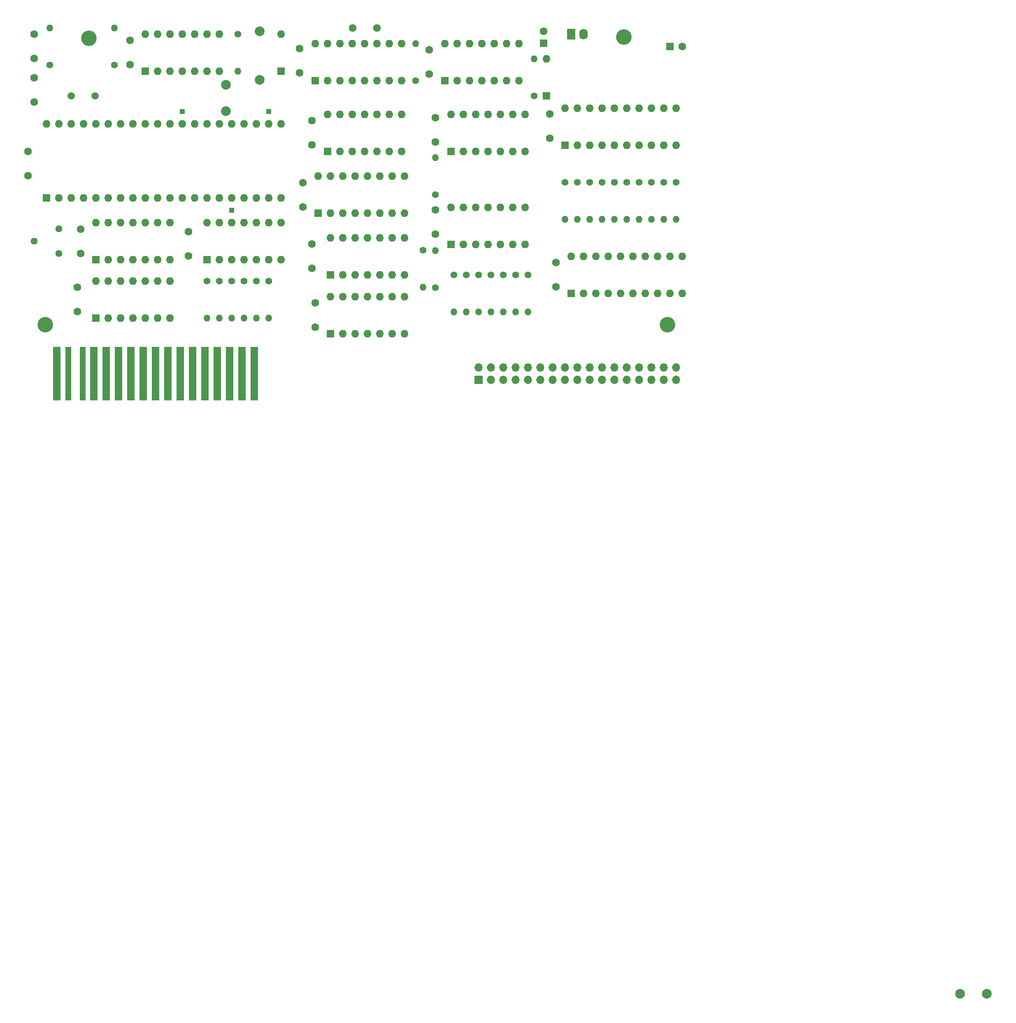
<source format=gbr>
%TF.GenerationSoftware,KiCad,Pcbnew,7.0.9*%
%TF.CreationDate,2024-01-09T01:54:30-03:00*%
%TF.ProjectId,HB-3600_FDC,48422d33-3630-4305-9f46-44432e6b6963,V1.0.0*%
%TF.SameCoordinates,Original*%
%TF.FileFunction,Soldermask,Bot*%
%TF.FilePolarity,Negative*%
%FSLAX46Y46*%
G04 Gerber Fmt 4.6, Leading zero omitted, Abs format (unit mm)*
G04 Created by KiCad (PCBNEW 7.0.9) date 2024-01-09 01:54:30*
%MOMM*%
%LPD*%
G01*
G04 APERTURE LIST*
G04 Aperture macros list*
%AMRoundRect*
0 Rectangle with rounded corners*
0 $1 Rounding radius*
0 $2 $3 $4 $5 $6 $7 $8 $9 X,Y pos of 4 corners*
0 Add a 4 corners polygon primitive as box body*
4,1,4,$2,$3,$4,$5,$6,$7,$8,$9,$2,$3,0*
0 Add four circle primitives for the rounded corners*
1,1,$1+$1,$2,$3*
1,1,$1+$1,$4,$5*
1,1,$1+$1,$6,$7*
1,1,$1+$1,$8,$9*
0 Add four rect primitives between the rounded corners*
20,1,$1+$1,$2,$3,$4,$5,0*
20,1,$1+$1,$4,$5,$6,$7,0*
20,1,$1+$1,$6,$7,$8,$9,0*
20,1,$1+$1,$8,$9,$2,$3,0*%
G04 Aperture macros list end*
%ADD10C,3.200000*%
%ADD11R,1.600000X1.600000*%
%ADD12O,1.600000X1.600000*%
%ADD13C,1.400000*%
%ADD14O,1.400000X1.400000*%
%ADD15R,1.000000X1.000000*%
%ADD16C,1.440000*%
%ADD17C,1.600000*%
%ADD18C,2.000000*%
%ADD19C,1.500000*%
%ADD20RoundRect,0.250000X-0.620000X-0.845000X0.620000X-0.845000X0.620000X0.845000X-0.620000X0.845000X0*%
%ADD21O,1.740000X2.190000*%
%ADD22R,1.600000X11.000000*%
%ADD23R,1.300000X11.000000*%
%ADD24R,1.700000X1.700000*%
%ADD25O,1.700000X1.700000*%
G04 APERTURE END LIST*
D10*
%TO.C,HOLE4*%
X80975200Y-118200000D03*
%TD*%
D11*
%TO.C,U5*%
X139065000Y-82550000D03*
D12*
X141605000Y-82550000D03*
X144145000Y-82550000D03*
X146685000Y-82550000D03*
X149225000Y-82550000D03*
X151765000Y-82550000D03*
X154305000Y-82550000D03*
X154305000Y-74930000D03*
X151765000Y-74930000D03*
X149225000Y-74930000D03*
X146685000Y-74930000D03*
X144145000Y-74930000D03*
X141605000Y-74930000D03*
X139065000Y-74930000D03*
%TD*%
D11*
%TO.C,U12*%
X139700000Y-107950000D03*
D12*
X142240000Y-107950000D03*
X144780000Y-107950000D03*
X147320000Y-107950000D03*
X149860000Y-107950000D03*
X152400000Y-107950000D03*
X154940000Y-107950000D03*
X154940000Y-100330000D03*
X152400000Y-100330000D03*
X149860000Y-100330000D03*
X147320000Y-100330000D03*
X144780000Y-100330000D03*
X142240000Y-100330000D03*
X139700000Y-100330000D03*
%TD*%
D10*
%TO.C,HOLE1*%
X89940000Y-59230000D03*
%TD*%
D13*
%TO.C,R2*%
X95250000Y-64770000D03*
D14*
X95250000Y-57150000D03*
%TD*%
D11*
%TO.C,U3*%
X163195000Y-67945000D03*
D12*
X165735000Y-67945000D03*
X168275000Y-67945000D03*
X170815000Y-67945000D03*
X173355000Y-67945000D03*
X175895000Y-67945000D03*
X178435000Y-67945000D03*
X178435000Y-60325000D03*
X175895000Y-60325000D03*
X173355000Y-60325000D03*
X170815000Y-60325000D03*
X168275000Y-60325000D03*
X165735000Y-60325000D03*
X163195000Y-60325000D03*
%TD*%
D15*
%TO.C,TP3*%
X119380000Y-94615000D03*
%TD*%
D13*
%TO.C,RBD8*%
X205740000Y-88900000D03*
D14*
X205740000Y-96520000D03*
%TD*%
D11*
%TO.C,U2*%
X136525000Y-67945000D03*
D12*
X139065000Y-67945000D03*
X141605000Y-67945000D03*
X144145000Y-67945000D03*
X146685000Y-67945000D03*
X149225000Y-67945000D03*
X151765000Y-67945000D03*
X154305000Y-67945000D03*
X154305000Y-60325000D03*
X151765000Y-60325000D03*
X149225000Y-60325000D03*
X146685000Y-60325000D03*
X144145000Y-60325000D03*
X141605000Y-60325000D03*
X139065000Y-60325000D03*
X136525000Y-60325000D03*
%TD*%
D11*
%TO.C,U9*%
X164465000Y-101625400D03*
D12*
X167005000Y-101625400D03*
X169545000Y-101625400D03*
X172085000Y-101625400D03*
X174625000Y-101625400D03*
X177165000Y-101625400D03*
X179705000Y-101625400D03*
X179705000Y-94005400D03*
X177165000Y-94005400D03*
X174625000Y-94005400D03*
X172085000Y-94005400D03*
X169545000Y-94005400D03*
X167005000Y-94005400D03*
X164465000Y-94005400D03*
%TD*%
D13*
%TO.C,RBC3*%
X170180000Y-107950000D03*
D14*
X170180000Y-115570000D03*
%TD*%
D16*
%TO.C,RV1*%
X83820000Y-98425000D03*
X78740000Y-100965000D03*
X83820000Y-103505000D03*
%TD*%
D13*
%TO.C,RBD5*%
X198120000Y-88900000D03*
D14*
X198120000Y-96520000D03*
%TD*%
D17*
%TO.C,C19*%
X149265000Y-57150000D03*
X144265000Y-57150000D03*
%TD*%
D13*
%TO.C,RBF4*%
X121920000Y-109220000D03*
D14*
X121920000Y-116840000D03*
%TD*%
D13*
%TO.C,RBD3*%
X193040000Y-88900000D03*
D14*
X193040000Y-96520000D03*
%TD*%
D13*
%TO.C,RBD9*%
X208280000Y-88900000D03*
D14*
X208280000Y-96520000D03*
%TD*%
D18*
%TO.C,CV1*%
X269234833Y-255843000D03*
X274734833Y-255843000D03*
%TD*%
%TO.C,CV1*%
X118150000Y-68776400D03*
X118150000Y-74276400D03*
%TD*%
D13*
%TO.C,RBD6*%
X200660000Y-88900000D03*
D14*
X200660000Y-96520000D03*
%TD*%
D17*
%TO.C,C15*%
X136525000Y-113705000D03*
X136525000Y-118705000D03*
%TD*%
D15*
%TO.C,TP2*%
X127000000Y-74295000D03*
%TD*%
D19*
%TO.C,Y1*%
X86360000Y-71120000D03*
X91260000Y-71120000D03*
%TD*%
D13*
%TO.C,R6*%
X161264600Y-91440000D03*
D14*
X161264600Y-83820000D03*
%TD*%
D17*
%TO.C,C12*%
X135890000Y-101600000D03*
X135890000Y-106600000D03*
%TD*%
D13*
%TO.C,RBC2*%
X167640000Y-107950000D03*
D14*
X167640000Y-115570000D03*
%TD*%
D17*
%TO.C,C16*%
X78740000Y-63420000D03*
X78740000Y-58420000D03*
%TD*%
D11*
%TO.C,U10*%
X91440000Y-104775000D03*
D12*
X93980000Y-104775000D03*
X96520000Y-104775000D03*
X99060000Y-104775000D03*
X101600000Y-104775000D03*
X104140000Y-104775000D03*
X106680000Y-104775000D03*
X106680000Y-97155000D03*
X104140000Y-97155000D03*
X101600000Y-97155000D03*
X99060000Y-97155000D03*
X96520000Y-97155000D03*
X93980000Y-97155000D03*
X91440000Y-97155000D03*
%TD*%
D11*
%TO.C,U4*%
X81280000Y-92075000D03*
D12*
X83820000Y-92075000D03*
X86360000Y-92075000D03*
X88900000Y-92075000D03*
X91440000Y-92075000D03*
X93980000Y-92075000D03*
X96520000Y-92075000D03*
X99060000Y-92075000D03*
X101600000Y-92075000D03*
X104140000Y-92075000D03*
X106680000Y-92075000D03*
X109220000Y-92075000D03*
X111760000Y-92075000D03*
X114300000Y-92075000D03*
X116840000Y-92075000D03*
X119380000Y-92075000D03*
X121920000Y-92075000D03*
X124460000Y-92075000D03*
X127000000Y-92075000D03*
X129540000Y-92075000D03*
X129540000Y-76835000D03*
X127000000Y-76835000D03*
X124460000Y-76835000D03*
X121920000Y-76835000D03*
X119380000Y-76835000D03*
X116840000Y-76835000D03*
X114300000Y-76835000D03*
X111760000Y-76835000D03*
X109220000Y-76835000D03*
X106680000Y-76835000D03*
X104140000Y-76835000D03*
X101600000Y-76835000D03*
X99060000Y-76835000D03*
X96520000Y-76835000D03*
X93980000Y-76835000D03*
X91440000Y-76835000D03*
X88900000Y-76835000D03*
X86360000Y-76835000D03*
X83820000Y-76835000D03*
X81280000Y-76835000D03*
%TD*%
D17*
%TO.C,C5*%
X135890000Y-76200000D03*
X135890000Y-81200000D03*
%TD*%
%TO.C,C11*%
X110490000Y-99060000D03*
X110490000Y-104060000D03*
%TD*%
%TO.C,C1*%
X98425000Y-64690000D03*
X98425000Y-59690000D03*
%TD*%
D11*
%TO.C,U7*%
X187960000Y-81280000D03*
D12*
X190500000Y-81280000D03*
X193040000Y-81280000D03*
X195580000Y-81280000D03*
X198120000Y-81280000D03*
X200660000Y-81280000D03*
X203200000Y-81280000D03*
X205740000Y-81280000D03*
X208280000Y-81280000D03*
X210820000Y-81280000D03*
X210820000Y-73660000D03*
X208280000Y-73660000D03*
X205740000Y-73660000D03*
X203200000Y-73660000D03*
X200660000Y-73660000D03*
X198120000Y-73660000D03*
X195580000Y-73660000D03*
X193040000Y-73660000D03*
X190500000Y-73660000D03*
X187960000Y-73660000D03*
%TD*%
D17*
%TO.C,C14*%
X87630000Y-115490000D03*
X87630000Y-110490000D03*
%TD*%
D13*
%TO.C,RBC5*%
X175260000Y-107950000D03*
D14*
X175260000Y-115570000D03*
%TD*%
D11*
%TO.C,U11*%
X114300000Y-104775000D03*
D12*
X116840000Y-104775000D03*
X119380000Y-104775000D03*
X121920000Y-104775000D03*
X124460000Y-104775000D03*
X127000000Y-104775000D03*
X129540000Y-104775000D03*
X129540000Y-97155000D03*
X127000000Y-97155000D03*
X124460000Y-97155000D03*
X121920000Y-97155000D03*
X119380000Y-97155000D03*
X116840000Y-97155000D03*
X114300000Y-97155000D03*
%TD*%
D11*
%TO.C,D1*%
X129540000Y-66040000D03*
D12*
X129540000Y-58420000D03*
%TD*%
D13*
%TO.C,RBF5*%
X124460000Y-109220000D03*
D14*
X124460000Y-116840000D03*
%TD*%
D11*
%TO.C,U13*%
X189230000Y-111760000D03*
D12*
X191770000Y-111760000D03*
X194310000Y-111760000D03*
X196850000Y-111760000D03*
X199390000Y-111760000D03*
X201930000Y-111760000D03*
X204470000Y-111760000D03*
X207010000Y-111760000D03*
X209550000Y-111760000D03*
X212090000Y-111760000D03*
X212090000Y-104140000D03*
X209550000Y-104140000D03*
X207010000Y-104140000D03*
X204470000Y-104140000D03*
X201930000Y-104140000D03*
X199390000Y-104140000D03*
X196850000Y-104140000D03*
X194310000Y-104140000D03*
X191770000Y-104140000D03*
X189230000Y-104140000D03*
%TD*%
D11*
%TO.C,U14*%
X91440000Y-116840000D03*
D12*
X93980000Y-116840000D03*
X96520000Y-116840000D03*
X99060000Y-116840000D03*
X101600000Y-116840000D03*
X104140000Y-116840000D03*
X106680000Y-116840000D03*
X106680000Y-109220000D03*
X104140000Y-109220000D03*
X101600000Y-109220000D03*
X99060000Y-109220000D03*
X96520000Y-109220000D03*
X93980000Y-109220000D03*
X91440000Y-109220000D03*
%TD*%
D13*
%TO.C,R7*%
X158750000Y-102870000D03*
D14*
X158750000Y-110490000D03*
%TD*%
D13*
%TO.C,RBD4*%
X195580000Y-88900000D03*
D14*
X195580000Y-96520000D03*
%TD*%
D13*
%TO.C,RBF6*%
X127000000Y-109220000D03*
D14*
X127000000Y-116840000D03*
%TD*%
D11*
%TO.C,C21*%
X209550000Y-60960000D03*
D17*
X212050000Y-60960000D03*
%TD*%
D13*
%TO.C,RBF1*%
X114300000Y-109220000D03*
D14*
X114300000Y-116840000D03*
%TD*%
D20*
%TO.C,CN3*%
X189230000Y-58420000D03*
D21*
X191770000Y-58420000D03*
%TD*%
D13*
%TO.C,R4*%
X157226000Y-67945000D03*
D14*
X157226000Y-60325000D03*
%TD*%
D15*
%TO.C,TP1*%
X109220000Y-74295000D03*
%TD*%
D13*
%TO.C,RBD2*%
X190500000Y-88900000D03*
D14*
X190500000Y-96520000D03*
%TD*%
D17*
%TO.C,C8*%
X133985000Y-88940000D03*
X133985000Y-93940000D03*
%TD*%
D10*
%TO.C,HOLE2*%
X208991200Y-118180000D03*
%TD*%
D13*
%TO.C,RBC4*%
X172720000Y-107950000D03*
D14*
X172720000Y-115570000D03*
%TD*%
D17*
%TO.C,C7*%
X184785000Y-74853800D03*
X184785000Y-79853800D03*
%TD*%
D13*
%TO.C,RBC6*%
X177800000Y-107950000D03*
D14*
X177800000Y-115570000D03*
%TD*%
D13*
%TO.C,RBD1*%
X187960000Y-88900000D03*
D14*
X187960000Y-96520000D03*
%TD*%
D11*
%TO.C,D2*%
X184150000Y-71120000D03*
D12*
X184150000Y-63500000D03*
%TD*%
D11*
%TO.C,U1*%
X101600000Y-66040000D03*
D12*
X104140000Y-66040000D03*
X106680000Y-66040000D03*
X109220000Y-66040000D03*
X111760000Y-66040000D03*
X114300000Y-66040000D03*
X116840000Y-66040000D03*
X116840000Y-58420000D03*
X114300000Y-58420000D03*
X111760000Y-58420000D03*
X109220000Y-58420000D03*
X106680000Y-58420000D03*
X104140000Y-58420000D03*
X101600000Y-58420000D03*
%TD*%
D13*
%TO.C,R8*%
X161290000Y-110515400D03*
D14*
X161290000Y-102895400D03*
%TD*%
D10*
%TO.C,HOLE3*%
X200012700Y-58953900D03*
%TD*%
D13*
%TO.C,RBD7*%
X203200000Y-88900000D03*
D14*
X203200000Y-96520000D03*
%TD*%
D11*
%TO.C,U6*%
X164465000Y-82550000D03*
D12*
X167005000Y-82550000D03*
X169545000Y-82550000D03*
X172085000Y-82550000D03*
X174625000Y-82550000D03*
X177165000Y-82550000D03*
X179705000Y-82550000D03*
X179705000Y-74930000D03*
X177165000Y-74930000D03*
X174625000Y-74930000D03*
X172085000Y-74930000D03*
X169545000Y-74930000D03*
X167005000Y-74930000D03*
X164465000Y-74930000D03*
%TD*%
D17*
%TO.C,C2*%
X133350000Y-61391800D03*
X133350000Y-66391800D03*
%TD*%
D13*
%TO.C,RBC1*%
X165074600Y-107950000D03*
D14*
X165074600Y-115570000D03*
%TD*%
D11*
%TO.C,U15*%
X139700000Y-120015000D03*
D12*
X142240000Y-120015000D03*
X144780000Y-120015000D03*
X147320000Y-120015000D03*
X149860000Y-120015000D03*
X152400000Y-120015000D03*
X154940000Y-120015000D03*
X154940000Y-112395000D03*
X152400000Y-112395000D03*
X149860000Y-112395000D03*
X147320000Y-112395000D03*
X144780000Y-112395000D03*
X142240000Y-112395000D03*
X139700000Y-112395000D03*
%TD*%
D17*
%TO.C,C10*%
X88265000Y-98505000D03*
X88265000Y-103505000D03*
%TD*%
D18*
%TO.C,C18*%
X125095000Y-57785000D03*
X125095000Y-67785000D03*
%TD*%
D13*
%TO.C,R5*%
X181610000Y-71120000D03*
D14*
X181610000Y-63500000D03*
%TD*%
D22*
%TO.C,CN2*%
X83375500Y-128270000D03*
D23*
X85725000Y-128257300D03*
X88709500Y-128270000D03*
D22*
X90995500Y-128270000D03*
X93535500Y-128270000D03*
X96075500Y-128270000D03*
X98615500Y-128270000D03*
X101155500Y-128270000D03*
X103695500Y-128270000D03*
X106235500Y-128270000D03*
X108775500Y-128270000D03*
X111315500Y-128270000D03*
X113855500Y-128270000D03*
X116395500Y-128270000D03*
X118935500Y-128270000D03*
X121475500Y-128270000D03*
X124015500Y-128270000D03*
%TD*%
D13*
%TO.C,R1*%
X81915000Y-64770000D03*
D14*
X81915000Y-57150000D03*
%TD*%
D17*
%TO.C,C17*%
X78740000Y-72390000D03*
X78740000Y-67390000D03*
%TD*%
%TO.C,C4*%
X77470000Y-82550000D03*
X77470000Y-87550000D03*
%TD*%
D13*
%TO.C,RBC7*%
X180340000Y-107950000D03*
D14*
X180340000Y-115570000D03*
%TD*%
D11*
%TO.C,U8*%
X137160000Y-95250000D03*
D12*
X139700000Y-95250000D03*
X142240000Y-95250000D03*
X144780000Y-95250000D03*
X147320000Y-95250000D03*
X149860000Y-95250000D03*
X152400000Y-95250000D03*
X154940000Y-95250000D03*
X154940000Y-87630000D03*
X152400000Y-87630000D03*
X149860000Y-87630000D03*
X147320000Y-87630000D03*
X144780000Y-87630000D03*
X142240000Y-87630000D03*
X139700000Y-87630000D03*
X137160000Y-87630000D03*
%TD*%
D13*
%TO.C,RBF3*%
X119380000Y-109220000D03*
D14*
X119380000Y-116840000D03*
%TD*%
D13*
%TO.C,RBD10*%
X210820000Y-88900000D03*
D14*
X210820000Y-96520000D03*
%TD*%
D13*
%TO.C,R3*%
X120650000Y-58420000D03*
D14*
X120650000Y-66040000D03*
%TD*%
D17*
%TO.C,C6*%
X161290000Y-75565000D03*
X161290000Y-80565000D03*
%TD*%
%TO.C,C9*%
X161264600Y-94589600D03*
X161264600Y-99589600D03*
%TD*%
D24*
%TO.C,CN1*%
X170180000Y-129540000D03*
D25*
X170180000Y-127000000D03*
X172720000Y-129540000D03*
X172720000Y-127000000D03*
X175260000Y-129540000D03*
X175260000Y-127000000D03*
X177800000Y-129540000D03*
X177800000Y-127000000D03*
X180340000Y-129540000D03*
X180340000Y-127000000D03*
X182880000Y-129540000D03*
X182880000Y-127000000D03*
X185420000Y-129540000D03*
X185420000Y-127000000D03*
X187960000Y-129540000D03*
X187960000Y-127000000D03*
X190500000Y-129540000D03*
X190500000Y-127000000D03*
X193040000Y-129540000D03*
X193040000Y-127000000D03*
X195580000Y-129540000D03*
X195580000Y-127000000D03*
X198120000Y-129540000D03*
X198120000Y-127000000D03*
X200660000Y-129540000D03*
X200660000Y-127000000D03*
X203200000Y-129540000D03*
X203200000Y-127000000D03*
X205740000Y-129540000D03*
X205740000Y-127000000D03*
X208280000Y-129540000D03*
X208280000Y-127000000D03*
X210820000Y-129540000D03*
X210820000Y-127000000D03*
%TD*%
D11*
%TO.C,C20*%
X183515000Y-60285000D03*
D17*
X183515000Y-57785000D03*
%TD*%
%TO.C,C13*%
X186055000Y-105410000D03*
X186055000Y-110410000D03*
%TD*%
D13*
%TO.C,RBF2*%
X116840000Y-109220000D03*
D14*
X116840000Y-116840000D03*
%TD*%
D17*
%TO.C,C3*%
X160020000Y-61595000D03*
X160020000Y-66595000D03*
%TD*%
M02*

</source>
